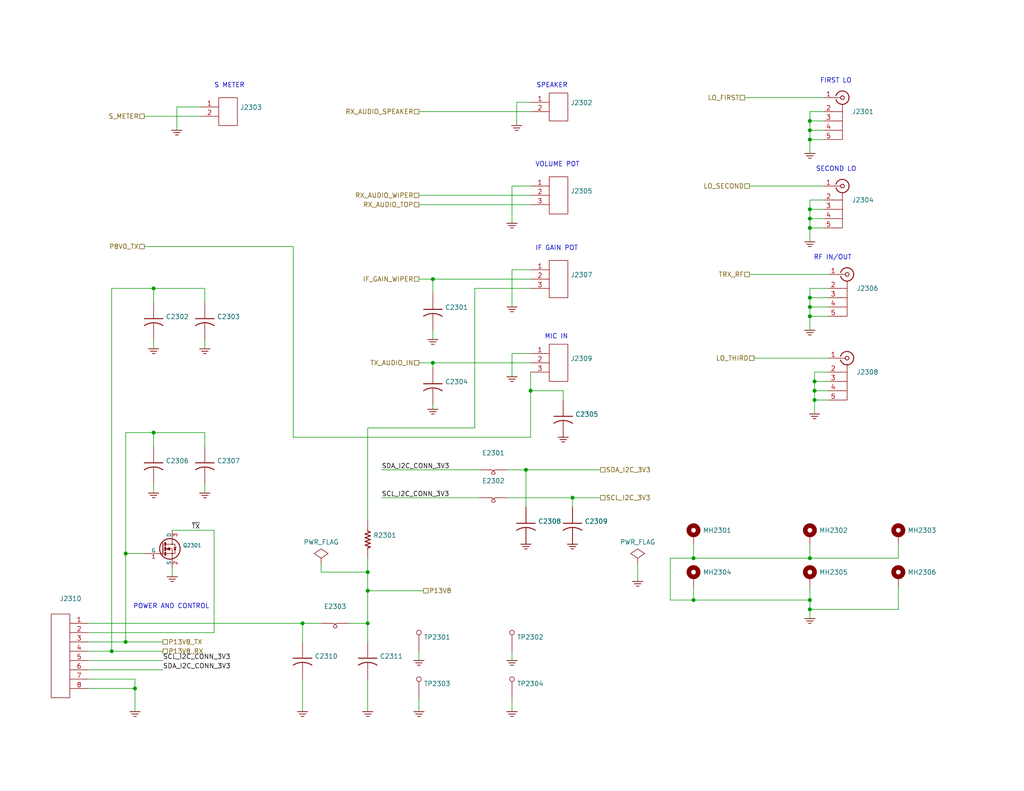
<source format=kicad_sch>
(kicad_sch (version 20211123) (generator eeschema)
  (paper "A")
  (title_block (rev "B") (company "WA6ZFT"))
  (lib_symbols
    (symbol "Mechanical:MountingHole_Pad" (pin_numbers hide) (pin_names (offset 1.016) hide)
      (property "Reference" "H" (at 0 6.35 0))
      (property "Value" "MountingHole_Pad" (at 0 4.445 0))
      (symbol "MountingHole_Pad_0_1"
        (circle (center 0 1.27) (radius 1.27) (stroke (width 1.27)))
      )
      (symbol "MountingHole_Pad_1_1"
        (pin input line (at 0 -2.54 90) (length 2.54) (name "1") (number "1"))
      )
    )
    (symbol "custom:BSS138" (pin_names (offset 0))
      (property "Reference" "Q" (at 0 -3.7846 0))
      (property "Value" "BSS138" (at 0 3.81 0))
      (symbol "BSS138_0_1"
        (polyline (pts (xy 0.635 -1.016) (xy 0.635 -1.651)) (stroke (width 0.508)))
        (polyline (pts (xy 0.635 0.381) (xy 0.635 -0.381)) (stroke (width 0.508)))
        (polyline (pts (xy 0.635 1.651) (xy 0.635 1.016)) (stroke (width 0.508)))
        (polyline (pts (xy 3.048 0.381) (xy 2.921 0.254)))
        (polyline (pts (xy 3.048 0.381) (xy 3.556 0.381)))
        (polyline (pts (xy 3.556 0.381) (xy 3.683 0.508)))
        (polyline (pts (xy 0 1.524) (xy 0 -1.524) (xy 0 -1.524)) (stroke (width 0.254)))
        (polyline (pts (xy 0.762 -1.27) (xy 2.54 -1.27) (xy 2.54 -2.54) (xy 2.54 -2.54)))
        (polyline (pts (xy 0.762 1.27) (xy 2.54 1.27) (xy 2.54 2.54) (xy 2.54 2.54)))
        (polyline (pts (xy 2.54 1.27) (xy 3.302 1.27) (xy 3.302 -1.27) (xy 2.54 -1.27)))
        (polyline (pts (xy 3.302 0.381) (xy 3.048 -0.254) (xy 3.556 -0.254) (xy 3.302 0.381)) (fill (type outline)))
        (polyline (pts (xy 0.762 0) (xy 1.27 0) (xy 2.54 0) (xy 2.54 -1.27) (xy 2.54 -1.27)))
        (polyline (pts (xy 0.889 0) (xy 1.905 0.381) (xy 1.905 -0.381) (xy 0.889 0) (xy 1.016 0) (xy 1.016 0)) (fill (type outline)))
        (circle (center 1.905 0) (radius 2.794) (stroke (width 0.254)))
        (circle (center 2.54 -1.27) (radius 0.127))
        (circle (center 2.54 1.27) (radius 0.127))
      )
      (symbol "BSS138_1_1"
        (pin passive line (at -5.08 -1.27 0) (length 5.08) (name "G") (number "1"))
        (pin passive line (at 2.54 -5.08 90) (length 2.54) (name "S") (number "2"))
        (pin passive line (at 2.54 5.08 270) (length 2.54) (name "D") (number "3"))
      )
    )
    (symbol "custom:CONN2" (pin_names (offset 1.016))
      (property "Reference" "J" (at 0 5.08 0))
      (property "Value" "CONN2" (at 0 -5.08 0))
      (symbol "CONN2_0_1"
        (rectangle (start -2.54 3.81) (end 2.54 -3.81))
      )
      (symbol "CONN2_1_1"
        (pin passive line (at -7.62 1.27 0) (length 5.08) (name "~") (number "1"))
        (pin passive line (at -7.62 -1.27 0) (length 5.08) (name "~") (number "2"))
      )
    )
    (symbol "custom:CONN3" (pin_names (offset 1.016))
      (property "Reference" "J" (at 0 6.35 0))
      (property "Value" "CONN3" (at 0 -6.35 0))
      (symbol "CONN3_0_1"
        (rectangle (start -2.54 5.08) (end 2.54 -5.08))
      )
      (symbol "CONN3_1_1"
        (pin passive line (at -7.62 2.54 0) (length 5.08) (name "~") (number "1"))
        (pin passive line (at -7.62 0 0) (length 5.08) (name "~") (number "2"))
        (pin passive line (at -7.62 -2.54 0) (length 5.08) (name "~") (number "3"))
      )
    )
    (symbol "custom:CONN8" (pin_names (offset 1.016))
      (property "Reference" "J" (at 0 12.7 0))
      (property "Value" "CONN8" (at 0 -12.7 0))
      (symbol "CONN8_0_1"
        (rectangle (start -2.54 11.43) (end 2.54 -11.43))
      )
      (symbol "CONN8_1_1"
        (pin passive line (at -7.62 8.89 0) (length 5.08) (name "~") (number "1"))
        (pin passive line (at -7.62 6.35 0) (length 5.08) (name "~") (number "2"))
        (pin passive line (at -7.62 3.81 0) (length 5.08) (name "~") (number "3"))
        (pin passive line (at -7.62 1.27 0) (length 5.08) (name "~") (number "4"))
        (pin passive line (at -7.62 -1.27 0) (length 5.08) (name "~") (number "5"))
        (pin passive line (at -7.62 -3.81 0) (length 5.08) (name "~") (number "6"))
        (pin passive line (at -7.62 -6.35 0) (length 5.08) (name "~") (number "7"))
        (pin passive line (at -7.62 -8.89 0) (length 5.08) (name "~") (number "8"))
      )
    )
    (symbol "custom:CONN_SMA_VERT" (pin_names (offset 1.016))
      (property "Reference" "J" (at -0.762 -13.462 0))
      (property "Value" "CONN_SMA_VERT" (at 0.127 5.588 0))
      (symbol "CONN_SMA_VERT_0_1"
        (polyline (pts (xy -1.778 -3.81) (xy 0 -3.81)))
        (polyline (pts (xy -1.778 -11.43) (xy 0 -11.43) (xy 0 -9.017)))
        (polyline (pts (xy 0 -1.905) (xy 0 -6.35) (xy -1.778 -6.35)))
        (polyline (pts (xy -1.778 -8.89) (xy 0 -8.89) (xy 0 -6.477) (xy 0 -6.35)))
      )
      (symbol "CONN_SMA_VERT_1_1"
        (arc (start -1.778 -0.508) (mid 0.222 -1.808) (end 1.778 0) (stroke (width 0.254)))
        (polyline (pts (xy -2.54 -11.43) (xy -1.778 -11.43)))
        (polyline (pts (xy -2.54 -8.89) (xy -1.778 -8.89)))
        (polyline (pts (xy -2.54 -6.35) (xy -1.778 -6.35)))
        (polyline (pts (xy -2.54 -3.81) (xy -1.778 -3.81)))
        (polyline (pts (xy -2.54 0) (xy -0.508 0)))
        (circle (center 0 0) (radius 0.508) (stroke (width 0.2032)))
        (arc (start 1.778 0) (mid 0.222 1.8083) (end -1.778 0.508) (stroke (width 0.254)))
        (pin passive line (at -5.08 0 0) (length 2.54) (name "~") (number "1"))
        (pin passive line (at -5.08 -3.81 0) (length 2.54) (name "~") (number "2"))
        (pin passive line (at -5.08 -6.35 0) (length 2.54) (name "~") (number "3"))
        (pin passive line (at -5.08 -8.89 0) (length 2.54) (name "~") (number "4"))
        (pin passive line (at -5.08 -11.43 0) (length 2.54) (name "~") (number "5"))
      )
    )
    (symbol "custom:C_US_0805_0.1UF_X7R_10%_50V_HS" (pin_numbers hide) (pin_names (offset 0.254) hide)
      (property "Reference" "C" (at 1.27 2.54 0))
      (property "Value" "C_US_0805_0.1UF_X7R_10%_50V_HS" (at 1.27 -2.54 0))
      (symbol "C_US_0805_0.1UF_X7R_10%_50V_HS_0_1"
        (polyline (pts (xy -2.54 0.635) (xy 2.54 0.635) (xy 2.54 0.635)) (stroke (width 0.254)))
        (arc (start 2.54 -1.27) (mid 0 -0.5009) (end -2.54 -1.27) (stroke (width 0.254)))
      )
      (symbol "C_US_0805_0.1UF_X7R_10%_50V_HS_1_1"
        (pin passive line (at 0 5.08 270) (length 4.445) (name "~") (number "1"))
        (pin passive line (at 0 -5.08 90) (length 4.445) (name "~") (number "2"))
      )
    )
    (symbol "custom:C_US_0805_C0G_NPO_5%_50V_HS" (pin_numbers hide) (pin_names (offset 0.254) hide)
      (property "Reference" "C" (at 1.27 2.54 0))
      (property "Value" "C_US_0805_C0G_NPO_5%_50V_HS" (at 1.27 -2.54 0))
      (symbol "C_US_0805_C0G_NPO_5%_50V_HS_0_1"
        (polyline (pts (xy -2.54 0.635) (xy 2.54 0.635) (xy 2.54 0.635)) (stroke (width 0.254)))
        (arc (start 2.54 -1.27) (mid 0 -0.5009) (end -2.54 -1.27) (stroke (width 0.254)))
      )
      (symbol "C_US_0805_C0G_NPO_5%_50V_HS_1_1"
        (pin passive line (at 0 5.08 270) (length 4.445) (name "~") (number "1"))
        (pin passive line (at 0 -5.08 90) (length 4.445) (name "~") (number "2"))
      )
    )
    (symbol "custom:FB0805" (pin_numbers hide) (pin_names (offset 1.016) hide)
      (property "Reference" "E" (at -4.318 1.27 0))
      (property "Value" "FB0805" (at -4.318 -4.064 0))
      (symbol "FB0805_1_0"
        (polyline (pts (xy -2.54 0) (xy -2.286 0)))
        (polyline (pts (xy -0.254 0) (xy 0 0)))
      )
      (symbol "FB0805_1_1"
        (arc (start -1.778 -1.016) (mid -1.27 -1.27) (end -0.762 -1.016))
        (arc (start -1.27 -0.254) (mid -1.7574 -0.0446) (end -2.286 0))
        (arc (start -1.27 -0.254) (mid -1.6002 -0.5842) (end -1.778 -1.016))
        (arc (start -0.762 -1.016) (mid -0.9352 -0.5811) (end -1.27 -0.254))
        (arc (start -0.254 0) (mid -0.7826 -0.0446) (end -1.27 -0.254))
        (pin passive line (at -5.08 0 0) (length 2.54) (name "1") (number "1"))
        (pin passive line (at 2.54 0 180) (length 2.54) (name "2") (number "2"))
      )
    )
    (symbol "custom:GND_US" (power) (pin_names (offset 0))
      (symbol "GND_US_0_1"
        (polyline (pts (xy -1.397 0) (xy 1.397 0)) (stroke (width 0.2032)))
        (polyline (pts (xy -0.889 -0.635) (xy 0.889 -0.635)) (stroke (width 0.2032)))
        (polyline (pts (xy -0.381 -1.27) (xy 0.381 -1.27)) (stroke (width 0.2032)))
      )
      (symbol "GND_US_1_1"
        (pin power_in line (at 0 0 90) (length 0) hide (name "GND") (number "1"))
      )
    )
    (symbol "custom:PWR_FLAG" (power) (pin_numbers hide) (pin_names (offset 0) hide)
      (property "Value" "PWR_FLAG" (at 0 4.572 0))
      (symbol "PWR_FLAG_0_0"
        (pin power_out line (at 0 0 90) (length 0) (name "pwr") (number "1"))
      )
      (symbol "PWR_FLAG_0_1"
        (polyline (pts (xy 0 0) (xy 0 1.27) (xy -1.905 2.54) (xy 0 3.81) (xy 1.905 2.54) (xy 0 1.27)))
      )
    )
    (symbol "custom:R_US_0805_1%_HS" (pin_numbers hide) (pin_names (offset 1.016) hide)
      (property "Reference" "R" (at 2.032 0 90))
      (property "Value" "R_US_0805_1%_HS" (at -2.032 0 90))
      (symbol "R_US_0805_1%_HS_0_0"
        (polyline (pts (xy 0 -2.54) (xy 0 -2.54) (xy 0 -2.286) (xy -0.762 -2.032) (xy 0.762 -1.524) (xy -0.762 -1.016) (xy 0.762 -0.508) (xy -0.762 0) (xy 0.762 0.508) (xy -0.762 1.016) (xy 0.762 1.524) (xy -0.762 2.032) (xy 0 2.286) (xy 0 2.54) (xy 0 2.54)) (stroke (width 0.254)))
      )
      (symbol "R_US_0805_1%_HS_1_1"
        (pin passive line (at 0 5.08 270) (length 2.54) (name "~") (number "1"))
        (pin passive line (at 0 -5.08 90) (length 2.54) (name "~") (number "2"))
      )
    )
    (symbol "custom:TESTPINTPSQ025" (pin_numbers hide) (pin_names (offset 1.016) hide)
      (property "Reference" "TP" (at -1.27 1.27 0))
      (property "Value" "TESTPINTPSQ025" (at -7.62 3.81 0))
      (symbol "TESTPINTPSQ025_1_0"
        (polyline (pts (xy 0 -2.54) (xy 0 -0.635)))
      )
      (symbol "TESTPINTPSQ025_1_1"
        (circle (center 0 0) (radius 0.635))
        (pin passive line (at 0 -5.08 90) (length 2.54) (name "TP") (number "1"))
      )
    )
  )
  (junction (at 220.98 62.23))
  (junction (at 100.33 156.21))
  (junction (at 82.55 170.18))
  (junction (at 189.23 152.4))
  (junction (at 220.98 59.69))
  (junction (at 34.29 175.26))
  (junction (at 220.98 35.56))
  (junction (at 220.98 166.37))
  (junction (at 220.98 86.36))
  (junction (at 118.11 76.2))
  (junction (at 222.25 104.14))
  (junction (at 220.98 152.4))
  (junction (at 222.25 109.22))
  (junction (at 34.29 151.13))
  (junction (at 220.98 81.28))
  (junction (at 156.21 135.89))
  (junction (at 220.98 57.15))
  (junction (at 220.98 33.02))
  (junction (at 220.98 163.83))
  (junction (at 222.25 106.68))
  (junction (at 100.33 170.18))
  (junction (at 189.23 163.83))
  (junction (at 144.78 106.68))
  (junction (at 36.83 187.96))
  (junction (at 220.98 38.1))
  (junction (at 41.91 118.11))
  (junction (at 100.33 161.29))
  (junction (at 220.98 83.82))
  (junction (at 118.11 99.06))
  (junction (at 30.48 177.8))
  (junction (at 41.91 78.74))
  (junction (at 143.51 128.27))
  (wire (pts (xy 182.88 152.4) (xy 182.88 163.83)))
  (wire (pts (xy 226.06 86.36) (xy 220.98 86.36)))
  (wire (pts (xy 222.25 101.6) (xy 222.25 104.14)))
  (wire (pts (xy 220.98 33.02) (xy 220.98 35.56)))
  (wire (pts (xy 153.67 109.22) (xy 153.67 106.68)))
  (wire (pts (xy 139.7 190.5) (xy 139.7 194.31)))
  (wire (pts (xy 87.63 156.21) (xy 100.33 156.21)))
  (wire (pts (xy 220.98 54.61) (xy 220.98 57.15)))
  (wire (pts (xy 95.25 170.18) (xy 100.33 170.18)))
  (wire (pts (xy 100.33 170.18) (xy 100.33 161.29)))
  (wire (pts (xy 54.61 29.21) (xy 48.26 29.21)))
  (wire (pts (xy 118.11 99.06) (xy 114.3 99.06)))
  (wire (pts (xy 245.11 160.02) (xy 245.11 166.37)))
  (wire (pts (xy 55.88 132.08) (xy 55.88 134.62)))
  (wire (pts (xy 30.48 177.8) (xy 44.45 177.8)))
  (wire (pts (xy 82.55 185.42) (xy 82.55 194.31)))
  (wire (pts (xy 173.99 153.67) (xy 173.99 158.75)))
  (wire (pts (xy 220.98 152.4) (xy 220.98 148.59)))
  (wire (pts (xy 46.99 144.78) (xy 58.42 144.78)))
  (wire (pts (xy 220.98 160.02) (xy 220.98 163.83)))
  (wire (pts (xy 226.06 74.93) (xy 204.47 74.93)))
  (wire (pts (xy 24.13 177.8) (xy 30.48 177.8)))
  (wire (pts (xy 143.51 138.43) (xy 143.51 128.27)))
  (wire (pts (xy 114.3 190.5) (xy 114.3 194.31)))
  (wire (pts (xy 130.81 135.89) (xy 104.14 135.89)))
  (wire (pts (xy 144.78 55.88) (xy 114.3 55.88)))
  (wire (pts (xy 118.11 100.33) (xy 118.11 99.06)))
  (wire (pts (xy 36.83 185.42) (xy 36.83 187.96)))
  (wire (pts (xy 224.79 57.15) (xy 220.98 57.15)))
  (wire (pts (xy 39.37 67.31) (xy 80.01 67.31)))
  (wire (pts (xy 100.33 156.21) (xy 100.33 161.29)))
  (wire (pts (xy 245.11 166.37) (xy 220.98 166.37)))
  (wire (pts (xy 156.21 135.89) (xy 163.83 135.89)))
  (wire (pts (xy 130.81 128.27) (xy 104.14 128.27)))
  (wire (pts (xy 114.3 177.8) (xy 114.3 180.34)))
  (wire (pts (xy 139.7 96.52) (xy 144.78 96.52)))
  (wire (pts (xy 220.98 163.83) (xy 189.23 163.83)))
  (wire (pts (xy 82.55 175.26) (xy 82.55 170.18)))
  (wire (pts (xy 220.98 59.69) (xy 220.98 62.23)))
  (wire (pts (xy 41.91 92.71) (xy 41.91 95.25)))
  (wire (pts (xy 118.11 80.01) (xy 118.11 76.2)))
  (wire (pts (xy 118.11 99.06) (xy 144.78 99.06)))
  (wire (pts (xy 87.63 153.67) (xy 87.63 156.21)))
  (wire (pts (xy 224.79 50.8) (xy 204.47 50.8)))
  (wire (pts (xy 36.83 187.96) (xy 36.83 194.31)))
  (wire (pts (xy 220.98 38.1) (xy 220.98 41.91)))
  (wire (pts (xy 34.29 118.11) (xy 41.91 118.11)))
  (wire (pts (xy 189.23 163.83) (xy 189.23 160.02)))
  (wire (pts (xy 226.06 81.28) (xy 220.98 81.28)))
  (wire (pts (xy 100.33 142.24) (xy 100.33 116.84)))
  (wire (pts (xy 139.7 73.66) (xy 139.7 83.82)))
  (wire (pts (xy 245.11 152.4) (xy 220.98 152.4)))
  (wire (pts (xy 189.23 152.4) (xy 189.23 148.59)))
  (wire (pts (xy 118.11 110.49) (xy 118.11 111.76)))
  (wire (pts (xy 55.88 118.11) (xy 41.91 118.11)))
  (wire (pts (xy 220.98 57.15) (xy 220.98 59.69)))
  (wire (pts (xy 226.06 97.79) (xy 205.74 97.79)))
  (wire (pts (xy 220.98 163.83) (xy 220.98 166.37)))
  (wire (pts (xy 138.43 128.27) (xy 143.51 128.27)))
  (wire (pts (xy 48.26 29.21) (xy 48.26 35.56)))
  (wire (pts (xy 34.29 151.13) (xy 34.29 118.11)))
  (wire (pts (xy 224.79 62.23) (xy 220.98 62.23)))
  (wire (pts (xy 144.78 73.66) (xy 139.7 73.66)))
  (wire (pts (xy 226.06 109.22) (xy 222.25 109.22)))
  (wire (pts (xy 224.79 33.02) (xy 220.98 33.02)))
  (wire (pts (xy 220.98 78.74) (xy 220.98 81.28)))
  (wire (pts (xy 220.98 62.23) (xy 220.98 66.04)))
  (wire (pts (xy 224.79 38.1) (xy 220.98 38.1)))
  (wire (pts (xy 153.67 106.68) (xy 144.78 106.68)))
  (wire (pts (xy 55.88 82.55) (xy 55.88 78.74)))
  (wire (pts (xy 224.79 35.56) (xy 220.98 35.56)))
  (wire (pts (xy 58.42 172.72) (xy 24.13 172.72)))
  (wire (pts (xy 139.7 50.8) (xy 139.7 60.96)))
  (wire (pts (xy 24.13 182.88) (xy 44.45 182.88)))
  (wire (pts (xy 144.78 30.48) (xy 114.3 30.48)))
  (wire (pts (xy 139.7 96.52) (xy 139.7 102.87)))
  (wire (pts (xy 226.06 78.74) (xy 220.98 78.74)))
  (wire (pts (xy 24.13 187.96) (xy 36.83 187.96)))
  (wire (pts (xy 129.54 78.74) (xy 144.78 78.74)))
  (wire (pts (xy 100.33 175.26) (xy 100.33 170.18)))
  (wire (pts (xy 41.91 132.08) (xy 41.91 134.62)))
  (wire (pts (xy 144.78 119.38) (xy 80.01 119.38)))
  (wire (pts (xy 220.98 30.48) (xy 220.98 33.02)))
  (wire (pts (xy 245.11 148.59) (xy 245.11 152.4)))
  (wire (pts (xy 220.98 83.82) (xy 220.98 86.36)))
  (wire (pts (xy 139.7 177.8) (xy 139.7 180.34)))
  (wire (pts (xy 58.42 144.78) (xy 58.42 172.72)))
  (wire (pts (xy 39.37 31.75) (xy 54.61 31.75)))
  (wire (pts (xy 144.78 53.34) (xy 114.3 53.34)))
  (wire (pts (xy 55.88 121.92) (xy 55.88 118.11)))
  (wire (pts (xy 118.11 76.2) (xy 114.3 76.2)))
  (wire (pts (xy 80.01 119.38) (xy 80.01 67.31)))
  (wire (pts (xy 222.25 104.14) (xy 222.25 106.68)))
  (wire (pts (xy 55.88 78.74) (xy 41.91 78.74)))
  (wire (pts (xy 46.99 154.94) (xy 46.99 157.48)))
  (wire (pts (xy 224.79 30.48) (xy 220.98 30.48)))
  (wire (pts (xy 220.98 81.28) (xy 220.98 83.82)))
  (wire (pts (xy 226.06 83.82) (xy 220.98 83.82)))
  (wire (pts (xy 220.98 152.4) (xy 189.23 152.4)))
  (wire (pts (xy 144.78 76.2) (xy 118.11 76.2)))
  (wire (pts (xy 220.98 35.56) (xy 220.98 38.1)))
  (wire (pts (xy 138.43 135.89) (xy 156.21 135.89)))
  (wire (pts (xy 41.91 78.74) (xy 41.91 82.55)))
  (wire (pts (xy 55.88 92.71) (xy 55.88 95.25)))
  (wire (pts (xy 24.13 180.34) (xy 44.45 180.34)))
  (wire (pts (xy 226.06 106.68) (xy 222.25 106.68)))
  (wire (pts (xy 144.78 101.6) (xy 144.78 106.68)))
  (wire (pts (xy 118.11 90.17) (xy 118.11 92.71)))
  (wire (pts (xy 129.54 116.84) (xy 129.54 78.74)))
  (wire (pts (xy 24.13 185.42) (xy 36.83 185.42)))
  (wire (pts (xy 222.25 109.22) (xy 222.25 113.03)))
  (wire (pts (xy 220.98 166.37) (xy 220.98 168.91)))
  (wire (pts (xy 144.78 50.8) (xy 139.7 50.8)))
  (wire (pts (xy 182.88 163.83) (xy 189.23 163.83)))
  (wire (pts (xy 39.37 151.13) (xy 34.29 151.13)))
  (wire (pts (xy 100.33 116.84) (xy 129.54 116.84)))
  (wire (pts (xy 41.91 118.11) (xy 41.91 121.92)))
  (wire (pts (xy 226.06 101.6) (xy 222.25 101.6)))
  (wire (pts (xy 34.29 151.13) (xy 34.29 175.26)))
  (wire (pts (xy 100.33 185.42) (xy 100.33 194.31)))
  (wire (pts (xy 222.25 106.68) (xy 222.25 109.22)))
  (wire (pts (xy 189.23 152.4) (xy 182.88 152.4)))
  (wire (pts (xy 143.51 128.27) (xy 163.83 128.27)))
  (wire (pts (xy 100.33 152.4) (xy 100.33 156.21)))
  (wire (pts (xy 220.98 86.36) (xy 220.98 90.17)))
  (wire (pts (xy 226.06 104.14) (xy 222.25 104.14)))
  (wire (pts (xy 82.55 170.18) (xy 87.63 170.18)))
  (wire (pts (xy 41.91 78.74) (xy 30.48 78.74)))
  (wire (pts (xy 100.33 161.29) (xy 115.57 161.29)))
  (wire (pts (xy 224.79 59.69) (xy 220.98 59.69)))
  (wire (pts (xy 144.78 27.94) (xy 140.97 27.94)))
  (wire (pts (xy 30.48 78.74) (xy 30.48 177.8)))
  (wire (pts (xy 144.78 106.68) (xy 144.78 119.38)))
  (wire (pts (xy 24.13 170.18) (xy 82.55 170.18)))
  (wire (pts (xy 34.29 175.26) (xy 44.45 175.26)))
  (wire (pts (xy 140.97 27.94) (xy 140.97 34.29)))
  (wire (pts (xy 24.13 175.26) (xy 34.29 175.26)))
  (wire (pts (xy 224.79 26.67) (xy 203.2 26.67)))
  (wire (pts (xy 224.79 54.61) (xy 220.98 54.61)))
  (wire (pts (xy 156.21 138.43) (xy 156.21 135.89)))
  (text "MIC IN\n" (at 148.59 92.71 0) (effects (font (size 1.27 1.27)) (justify left bottom)))
  (text "FIRST LO" (at 232.41 22.86 180) (effects (font (size 1.27 1.27)) (justify right bottom)))
  (text "VOLUME POT\n" (at 146.05 45.72 0) (effects (font (size 1.27 1.27)) (justify left bottom)))
  (text "IF GAIN POT" (at 146.05 68.58 0) (effects (font (size 1.27 1.27)) (justify left bottom)))
  (text "S METER" (at 58.42 24.13 0) (effects (font (size 1.27 1.27)) (justify left bottom)))
  (text "RF IN/OUT" (at 232.41 71.12 180) (effects (font (size 1.27 1.27)) (justify right bottom)))
  (text "SECOND LO" (at 233.68 46.99 180) (effects (font (size 1.27 1.27)) (justify right bottom)))
  (text "POWER AND CONTROL" (at 57.15 166.37 180) (effects (font (size 1.27 1.27)) (justify right bottom)))
  (text "SPEAKER" (at 154.94 24.13 180) (effects (font (size 1.27 1.27)) (justify right bottom)))
  (label "SDA_I2C_CONN_3V3" (at 44.45 182.88 0))
  (label "SCL_I2C_CONN_3V3" (at 104.14 135.89 0))
  (label "SDA_I2C_CONN_3V3" (at 104.14 128.27 0))
  (label "SCL_I2C_CONN_3V3" (at 44.45 180.34 0))
  (label "~{TX}" (at 54.61 144.78 180))
  (hierarchical_label "RX_AUDIO_SPEAKER" (shape passive) (at 114.3 30.48 180))
  (hierarchical_label "LO_FIRST" (shape passive) (at 203.2 26.67 180))
  (hierarchical_label "LO_THIRD" (shape passive) (at 205.74 97.79 180))
  (hierarchical_label "RX_AUDIO_WIPER" (shape passive) (at 114.3 53.34 180))
  (hierarchical_label "S_METER" (shape passive) (at 39.37 31.75 180))
  (hierarchical_label "P13V8_RX" (shape passive) (at 44.45 177.8 0))
  (hierarchical_label "P13V8" (shape passive) (at 115.57 161.29 0))
  (hierarchical_label "IF_GAIN_WIPER" (shape passive) (at 114.3 76.2 180))
  (hierarchical_label "P8V0_TX" (shape passive) (at 39.37 67.31 180))
  (hierarchical_label "P13V8_TX" (shape passive) (at 44.45 175.26 0))
  (hierarchical_label "LO_SECOND" (shape passive) (at 204.47 50.8 180))
  (hierarchical_label "TRX_RF" (shape passive) (at 204.47 74.93 180))
  (hierarchical_label "TX_AUDIO_IN" (shape passive) (at 114.3 99.06 180))
  (hierarchical_label "RX_AUDIO_TOP" (shape passive) (at 114.3 55.88 180))
  (hierarchical_label "SCL_I2C_3V3" (shape passive) (at 163.83 135.89 0))
  (hierarchical_label "SDA_I2C_3V3" (shape passive) (at 163.83 128.27 0))
  (symbol (lib_id "Mechanical:MountingHole_Pad") (at 189.23 157.48 0) (unit 1)
    (property "Reference" "MH2304" (at 191.77 156.2354 0) (effects (justify left)))
  )
  (symbol (lib_id "Mechanical:MountingHole_Pad") (at 189.23 146.05 0) (unit 1)
    (property "Reference" "MH2301" (at 191.77 144.8054 0) (effects (justify left)))
  )
  (symbol (lib_id "Mechanical:MountingHole_Pad") (at 220.98 146.05 0) (unit 1)
    (property "Reference" "MH2302" (at 223.52 144.8054 0) (effects (justify left)))
  )
  (symbol (lib_id "Mechanical:MountingHole_Pad") (at 220.98 157.48 0) (unit 1)
    (property "Reference" "MH2305" (at 223.52 156.2354 0) (effects (justify left)))
  )
  (symbol (lib_id "Mechanical:MountingHole_Pad") (at 245.11 146.05 0) (unit 1)
    (property "Reference" "MH2303" (at 247.65 144.8054 0) (effects (justify left)))
  )
  (symbol (lib_id "custom:GND_US") (at 220.98 168.91 0) (unit 1)
    (property "Reference" "#PWR02321" (effects hide))
    (property "Value" "GND_US" (effects hide))
  )
  (symbol (lib_id "Mechanical:MountingHole_Pad") (at 245.11 157.48 0) (unit 1)
    (property "Reference" "MH2306" (at 247.65 156.2354 0) (effects (justify left)))
  )
  (symbol (lib_id "custom:TESTPINTPSQ025") (at 139.7 172.72 0) (unit 1)
    (property "Reference" "TP2302" (at 141.0462 173.9646 0) (effects (justify left)))
    (property "PartNumber" "800207-101" (effects hide))
  )
  (symbol (lib_id "custom:TESTPINTPSQ025") (at 114.3 172.72 0) (unit 1)
    (property "Reference" "TP2301" (at 115.6462 173.9646 0) (effects (justify left)))
    (property "PartNumber" "800207-101" (effects hide))
  )
  (symbol (lib_id "custom:TESTPINTPSQ025") (at 139.7 185.42 0) (unit 1)
    (property "Reference" "TP2304" (at 141.0462 186.6646 0) (effects (justify left)))
    (property "PartNumber" "800207-101" (effects hide))
  )
  (symbol (lib_id "custom:TESTPINTPSQ025") (at 114.3 185.42 0) (unit 1)
    (property "Reference" "TP2303" (at 115.6462 186.6646 0) (effects (justify left)))
    (property "PartNumber" "800207-101" (effects hide))
  )
  (symbol (lib_id "custom:GND_US") (at 139.7 194.31 0) (unit 1)
    (property "Reference" "#PWR02328" (effects hide))
    (property "Value" "GND_US" (effects hide))
  )
  (symbol (lib_id "custom:GND_US") (at 114.3 194.31 0) (unit 1)
    (property "Reference" "#PWR02327" (effects hide))
    (property "Value" "GND_US" (effects hide))
  )
  (symbol (lib_id "custom:GND_US") (at 114.3 180.34 0) (unit 1)
    (property "Reference" "#PWR02322" (effects hide))
    (property "Value" "GND_US" (effects hide))
  )
  (symbol (lib_id "custom:GND_US") (at 139.7 180.34 0) (unit 1)
    (property "Reference" "#PWR02323" (effects hide))
    (property "Value" "GND_US" (effects hide))
  )
  (symbol (lib_id "custom:CONN_SMA_VERT") (at 229.87 26.67 0) (unit 1)
    (property "Reference" "J2301" (at 232.41 30.48 0) (effects (justify left)))
    (property "PartNumber" "800253-101" (effects hide))
  )
  (symbol (lib_id "custom:CONN_SMA_VERT") (at 229.87 50.8 0) (unit 1)
    (property "Reference" "J2304" (at 232.41 54.61 0) (effects (justify left)))
    (property "PartNumber" "800253-101" (effects hide))
  )
  (symbol (lib_id "custom:CONN_SMA_VERT") (at 231.14 74.93 0) (unit 1)
    (property "Reference" "J2306" (at 233.68 78.74 0) (effects (justify left)))
    (property "PartNumber" "800253-101" (effects hide))
  )
  (symbol (lib_id "custom:GND_US") (at 220.98 41.91 0) (unit 1)
    (property "Reference" "#PWR02303" (effects hide))
    (property "Value" "GND_US" (effects hide))
  )
  (symbol (lib_id "custom:GND_US") (at 220.98 66.04 0) (unit 1)
    (property "Reference" "#PWR02305" (effects hide))
    (property "Value" "GND_US" (effects hide))
  )
  (symbol (lib_id "custom:GND_US") (at 220.98 90.17 0) (unit 1)
    (property "Reference" "#PWR02307" (effects hide))
    (property "Value" "GND_US" (effects hide))
  )
  (symbol (lib_id "custom:CONN8") (at 16.51 179.07 0) (mirror y) (unit 1)
    (property "Reference" "J2310" (at 19.2532 163.449 0))
    (property "PartNumber" "800114-108" (effects hide))
  )
  (symbol (lib_id "custom:GND_US") (at 36.83 194.31 0) (unit 1)
    (property "Reference" "#PWR02324" (effects hide))
    (property "Value" "GND_US" (effects hide))
  )
  (symbol (lib_id "custom:FB0805") (at 92.71 170.18 0) (unit 1)
    (property "Reference" "E2303" (at 91.44 165.5826 0))
    (property "PartNumber" "800245-601" (effects hide))
  )
  (symbol (lib_id "custom:PWR_FLAG") (at 173.99 153.67 0) (unit 1)
    (property "Reference" "#FLG02302" (effects hide))
    (property "Value" "PWR_FLAG" (at 173.99 148.0058 0))
  )
  (symbol (lib_id "custom:GND_US") (at 173.99 158.75 0) (unit 1)
    (property "Reference" "#PWR02320" (effects hide))
    (property "Value" "GND_US" (effects hide))
  )
  (symbol (lib_id "custom:C_US_0805_0.1UF_X7R_10%_50V_HS") (at 100.33 180.34 0) (unit 1)
    (property "Reference" "C2311" (at 103.632 179.1716 0) (effects (justify left)))
    (property "PartNumber" "800238-104" (effects hide))
  )
  (symbol (lib_id "custom:C_US_0805_0.1UF_X7R_10%_50V_HS") (at 82.55 180.34 0) (unit 1)
    (property "Reference" "C2310" (at 85.852 179.1716 0) (effects (justify left)))
    (property "PartNumber" "800238-104" (effects hide))
  )
  (symbol (lib_id "custom:GND_US") (at 82.55 194.31 0) (unit 1)
    (property "Reference" "#PWR02325" (effects hide))
    (property "Value" "GND_US" (effects hide))
  )
  (symbol (lib_id "custom:GND_US") (at 100.33 194.31 0) (unit 1)
    (property "Reference" "#PWR02326" (effects hide))
    (property "Value" "GND_US" (effects hide))
  )
  (symbol (lib_id "custom:BSS138") (at 44.45 149.86 0) (unit 1)
    (property "Reference" "Q2301" (at 49.8856 148.8948 0) (effects (font (size 1.016 1.016)) (justify left)))
    (property "PartNumber" "800236-101" (effects hide))
  )
  (symbol (lib_id "custom:GND_US") (at 46.99 157.48 0) (unit 1)
    (property "Reference" "#PWR02319" (effects hide))
    (property "Value" "GND_US" (effects hide))
  )
  (symbol (lib_id "custom:CONN2") (at 152.4 29.21 0) (unit 1)
    (property "Reference" "J2302" (at 155.6512 28.0416 0) (effects (justify left)))
    (property "PartNumber" "800114-102" (effects hide))
  )
  (symbol (lib_id "custom:GND_US") (at 140.97 34.29 0) (unit 1)
    (property "Reference" "#PWR02301" (effects hide))
    (property "Value" "GND_US" (effects hide))
  )
  (symbol (lib_id "custom:CONN3") (at 152.4 53.34 0) (unit 1)
    (property "Reference" "J2305" (at 155.6512 52.1716 0) (effects (justify left)))
    (property "PartNumber" "800114-103" (effects hide))
  )
  (symbol (lib_id "custom:GND_US") (at 139.7 60.96 0) (unit 1)
    (property "Reference" "#PWR02304" (effects hide))
    (property "Value" "GND_US" (effects hide))
  )
  (symbol (lib_id "custom:GND_US") (at 139.7 102.87 0) (unit 1)
    (property "Reference" "#PWR02311" (effects hide))
    (property "Value" "GND_US" (effects hide))
  )
  (symbol (lib_id "custom:CONN3") (at 152.4 76.2 0) (unit 1)
    (property "Reference" "J2307" (at 155.6512 75.0316 0) (effects (justify left)))
    (property "PartNumber" "800114-103" (effects hide))
  )
  (symbol (lib_id "custom:GND_US") (at 139.7 83.82 0) (unit 1)
    (property "Reference" "#PWR02306" (effects hide))
    (property "Value" "GND_US" (effects hide))
  )
  (symbol (lib_id "custom:R_US_0805_1%_HS") (at 100.33 147.32 180) (unit 1)
    (property "Reference" "R2301" (at 101.854 146.1516 0) (effects (justify right)))
    (property "PartNumber" "800235-103" (effects hide))
  )
  (symbol (lib_id "custom:C_US_0805_0.1UF_X7R_10%_50V_HS") (at 118.11 85.09 0) (unit 1)
    (property "Reference" "C2301" (at 121.412 83.9216 0) (effects (justify left)))
    (property "PartNumber" "800238-104" (effects hide))
  )
  (symbol (lib_id "custom:GND_US") (at 118.11 92.71 0) (unit 1)
    (property "Reference" "#PWR02308" (effects hide))
    (property "Value" "GND_US" (effects hide))
  )
  (symbol (lib_id "custom:C_US_0805_C0G_NPO_5%_50V_HS") (at 118.11 105.41 0) (unit 1)
    (property "Reference" "C2304" (at 121.412 104.2416 0) (effects (justify left)))
    (property "PartNumber" "800239-102" (effects hide))
  )
  (symbol (lib_id "custom:GND_US") (at 118.11 111.76 0) (unit 1)
    (property "Reference" "#PWR02312" (effects hide))
    (property "Value" "GND_US" (effects hide))
  )
  (symbol (lib_id "custom:PWR_FLAG") (at 87.63 153.67 0) (unit 1)
    (property "Reference" "#FLG02301" (effects hide))
    (property "Value" "PWR_FLAG" (at 87.63 148.0058 0))
  )
  (symbol (lib_id "custom:C_US_0805_0.1UF_X7R_10%_50V_HS") (at 41.91 127 0) (unit 1)
    (property "Reference" "C2306" (at 45.212 125.8316 0) (effects (justify left)))
    (property "PartNumber" "800238-104" (effects hide))
  )
  (symbol (lib_id "custom:C_US_0805_0.1UF_X7R_10%_50V_HS") (at 55.88 127 0) (unit 1)
    (property "Reference" "C2307" (at 59.182 125.8316 0) (effects (justify left)))
    (property "PartNumber" "800003-106" (effects hide))
  )
  (symbol (lib_id "custom:GND_US") (at 41.91 134.62 0) (unit 1)
    (property "Reference" "#PWR02315" (effects hide))
    (property "Value" "GND_US" (effects hide))
  )
  (symbol (lib_id "custom:GND_US") (at 55.88 134.62 0) (unit 1)
    (property "Reference" "#PWR02316" (effects hide))
    (property "Value" "GND_US" (effects hide))
  )
  (symbol (lib_id "custom:FB0805") (at 135.89 128.27 0) (unit 1)
    (property "Reference" "E2301" (at 134.62 123.6726 0))
    (property "PartNumber" "800245-601" (effects hide))
  )
  (symbol (lib_id "custom:FB0805") (at 135.89 135.89 0) (unit 1)
    (property "Reference" "E2302" (at 134.62 131.2926 0))
    (property "PartNumber" "800245-601" (effects hide))
  )
  (symbol (lib_id "custom:C_US_0805_C0G_NPO_5%_50V_HS") (at 143.51 143.51 0) (unit 1)
    (property "Reference" "C2308" (at 146.812 142.3416 0) (effects (justify left)))
    (property "PartNumber" "800239-101" (effects hide))
  )
  (symbol (lib_id "custom:GND_US") (at 55.88 95.25 0) (unit 1)
    (property "Reference" "#PWR02310" (effects hide))
    (property "Value" "GND_US" (effects hide))
  )
  (symbol (lib_id "custom:GND_US") (at 41.91 95.25 0) (unit 1)
    (property "Reference" "#PWR02309" (effects hide))
    (property "Value" "GND_US" (effects hide))
  )
  (symbol (lib_id "custom:C_US_0805_0.1UF_X7R_10%_50V_HS") (at 55.88 87.63 0) (unit 1)
    (property "Reference" "C2303" (at 59.182 86.4616 0) (effects (justify left)))
    (property "PartNumber" "800003-106" (effects hide))
  )
  (symbol (lib_id "custom:C_US_0805_0.1UF_X7R_10%_50V_HS") (at 41.91 87.63 0) (unit 1)
    (property "Reference" "C2302" (at 45.212 86.4616 0) (effects (justify left)))
    (property "PartNumber" "800238-104" (effects hide))
  )
  (symbol (lib_id "custom:C_US_0805_C0G_NPO_5%_50V_HS") (at 156.21 143.51 0) (unit 1)
    (property "Reference" "C2309" (at 159.512 142.3416 0) (effects (justify left)))
    (property "PartNumber" "800239-101" (effects hide))
  )
  (symbol (lib_id "custom:GND_US") (at 143.51 148.59 0) (unit 1)
    (property "Reference" "#PWR02317" (effects hide))
    (property "Value" "GND_US" (effects hide))
  )
  (symbol (lib_id "custom:GND_US") (at 156.21 148.59 0) (unit 1)
    (property "Reference" "#PWR02318" (effects hide))
    (property "Value" "GND_US" (effects hide))
  )
  (symbol (lib_id "custom:CONN_SMA_VERT") (at 231.14 97.79 0) (unit 1)
    (property "Reference" "J2308" (at 233.68 101.6 0) (effects (justify left)))
    (property "PartNumber" "800253-101" (effects hide))
  )
  (symbol (lib_id "custom:GND_US") (at 222.25 113.03 0) (unit 1)
    (property "Reference" "#PWR02313" (effects hide))
    (property "Value" "GND_US" (effects hide))
  )
  (symbol (lib_id "custom:CONN3") (at 152.4 99.06 0) (unit 1)
    (property "Reference" "J2309" (at 155.6512 97.8916 0) (effects (justify left)))
    (property "PartNumber" "800114-103" (effects hide))
  )
  (symbol (lib_id "custom:GND_US") (at 48.26 35.56 0) (unit 1)
    (property "Reference" "#PWR02302" (effects hide))
    (property "Value" "GND_US" (effects hide))
  )
  (symbol (lib_id "custom:C_US_0805_0.1UF_X7R_10%_50V_HS") (at 153.67 114.3 0) (unit 1)
    (property "Reference" "C2305" (at 156.972 113.1316 0) (effects (justify left)))
    (property "PartNumber" "800238-104" (effects hide))
  )
  (symbol (lib_id "custom:GND_US") (at 153.67 119.38 0) (unit 1)
    (property "Reference" "#PWR02314" (effects hide))
    (property "Value" "GND_US" (effects hide))
  )
  (symbol (lib_id "custom:CONN2") (at 62.23 30.48 0) (unit 1)
    (property "Reference" "J2303" (at 65.4812 29.3116 0) (effects (justify left)))
    (property "PartNumber" "800114-102" (effects hide))
  )
)
</source>
